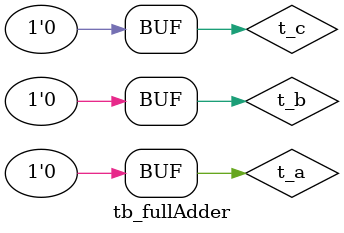
<source format=v>
module tb_fullAdder;
reg t_a,t_b,t_c;
wire t_y;
fullAdder ckt1(.a(t_a),.b(t_b),.c(t_c),.y(t_y));
initial begin
    $dumpfile("1.vcd");
    $dumpvars(0,tb_fullAdder);
end
initial begin
    $monitor(t_a,t_b,t_c,t_y);
    t_a = 1'b0; t_b = 1'b0;t_c = 1'b0; //000
    #5   
    t_a = 1'b0;t_b = 1'b0; t_c = 1'b1; //001
    #5
    t_a = 1'b0;t_b = 1'b1;t_c = 1'b0; //010   
    #5 
    t_a = 1'b0;t_b = 1'b1; t_c = 1'b1; //011
    #5 
    t_a = 1'b1;t_b = 1'b0;t_c = 1'b0; //100
    #5  
    t_a = 1'b1;t_b = 1'b0;t_c = 1'b1; //101
    #5    
    t_a = 1'b1;t_b = 1'b1;t_c = 1'b0; //110
    #5   
    t_a = 1'b1;t_b = 1'b1;t_c = 1'b1; //111
    #5        
    t_a = 1'b0;t_b = 1'b0;   t_c = 1'b0; //000 
end    
endmodule

</source>
